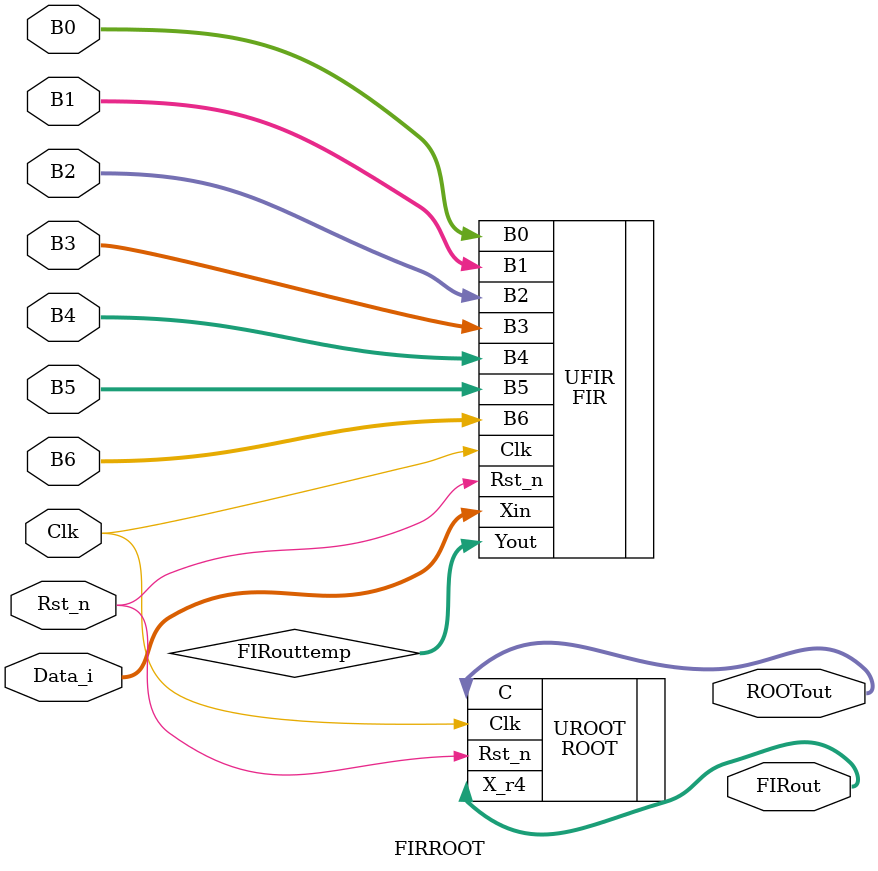
<source format=v>
module FIRROOT (
    input Clk,
    input Rst_n,

    input [7:0]Data_i,
    input [7:0]B0,
    input [7:0]B1,
    input [7:0]B2,
    input [7:0]B3,
    input [7:0]B4,
    input [7:0]B5,
    input [7:0]B6,

    output [7:0] FIRout,
    output [7:0] ROOTout
);

    wire [7:0] FIRouttemp;
    FIR UFIR (
    .Clk(Clk),
    .Rst_n(Rst_n),
    .Xin(Data_i),
    .B0(B0),
    .B1(B1),
    .B2(B2),
    .B3(B3),
    .B4(B4),
    .B5(B5),
    .B6(B6),
    .Yout(FIRouttemp)
    );

    ROOT UROOT(
    .Clk(Clk),
    .Rst_n(Rst_n),
    .C(ROOTout),
    .X_r4(FIRout)
    );

    
endmodule
</source>
